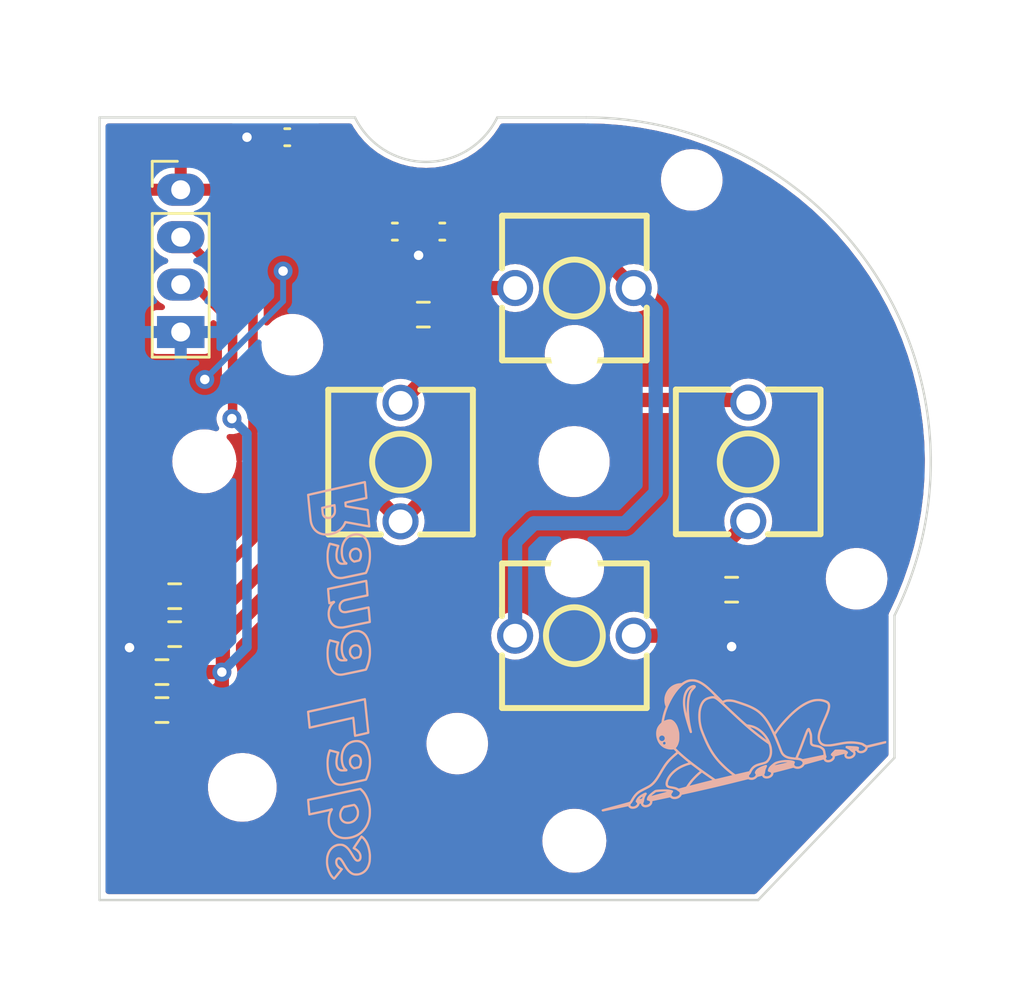
<source format=kicad_pcb>
(kicad_pcb (version 20211014) (generator pcbnew)
  (layers (0 "F.Cu" signal) (31 "B.Cu" signal) (34 "B.Paste" user) (35 "F.Paste" user) (36 "B.SilkS" user "B.Silkscreen") (37 "F.SilkS" user "F.Silkscreen") (38 "B.Mask" user) (39 "F.Mask" user) (44 "Edge.Cuts" user))
  (net 0 "")
  (net 1 "GND")
  (net 2 "/C_y")
  (net 3 "/C_x")
  (net 4 "VCC")
  (net 5 "Net-(R2-Pad1)")
  (net 6 "Net-(R1-Pad1)")
  (footprint "PhobGCC_Footprints:MountingHole_2.2mm" (layer "F.Cu") (at 136.995 126.385 90)
    (fp_text reference "H8" hide)
    (fp_text value "2.2mm")
    (pad "" np_thru_hole circle (at 0 0 90) (size 2.2 2.2) (drill 2.2) (layers F&B.Cu *.Mask))
  )
  (footprint "PhobGCC_2_0_0_footprints:C_0402_1005Metric" (layer "F.Cu") (at 129.4268 100.698048)
    (fp_text reference "C2" hide)
    (fp_text value "100n")
    (pad "1" smd roundrect (at -0.48 0) (size 0.56 0.62) (layers "F.Cu" "F.Paste" "F.Mask") (net 2 "/C_y"))
    (pad "2" smd roundrect (at 0.48 0) (size 0.56 0.62) (layers "F.Cu" "F.Paste" "F.Mask") (net 1 "GND"))
  )
  (footprint "PhobGCC_Footprints:MountingHole_2.4mm" (layer "F.Cu") (at 122.995 124.135 90)
    (fp_text reference "H7" hide)
    (fp_text value "2.4mm")
    (pad "" np_thru_hole circle (at 0 0 90) (size 2.4 2.4) (drill 2.4) (layers F&B.Cu *.Mask))
  )
  (footprint "PhobGCC_2_0_0_footprints:MountingHole_2.0mm" (layer "F.Cu") (at 136.9968 114.878048 90)
    (fp_text reference "H12" hide)
    (fp_text value "MountingHole")
    (pad "" np_thru_hole circle (at 0 0 90) (size 2 2) (drill 2) (layers F&B.Cu *.Mask))
  )
  (footprint "PhobGCC_2_0_0_footprints:C_0402_1005Metric" (layer "F.Cu") (at 131.4268 100.698048 180)
    (fp_text reference "C3" hide)
    (fp_text value "100n")
    (pad "1" smd roundrect (at -0.48 0 180) (size 0.56 0.62) (layers "F.Cu" "F.Paste" "F.Mask") (net 3 "/C_x"))
    (pad "2" smd roundrect (at 0.48 0 180) (size 0.56 0.62) (layers "F.Cu" "F.Paste" "F.Mask") (net 1 "GND"))
  )
  (footprint "Resistor_SMD:R_0603_1608Metric_Pad0.98x0.95mm_HandSolder" (layer "F.Cu") (at 120.142 117.673048 180)
    (fp_text reference "R8" hide)
    (fp_text value "5.6k")
    (pad "1" smd roundrect (at -0.9125 0 180) (size 0.975 0.95) (layers "F.Cu" "F.Paste" "F.Mask") (net 3 "/C_x"))
    (pad "2" smd roundrect (at 0.9125 0 180) (size 0.975 0.95) (layers "F.Cu" "F.Paste" "F.Mask") (net 1 "GND"))
  )
  (footprint "Resistor_SMD:R_0603_1608Metric_Pad0.98x0.95mm_HandSolder" (layer "F.Cu") (at 120.142 116.073048)
    (fp_text reference "R7" hide)
    (fp_text value "5.6k")
    (pad "1" smd roundrect (at -0.9125 0) (size 0.975 0.95) (layers "F.Cu" "F.Paste" "F.Mask") (net 4 "VCC"))
    (pad "2" smd roundrect (at 0.9125 0) (size 0.975 0.95) (layers "F.Cu" "F.Paste" "F.Mask") (net 3 "/C_x"))
  )
  (footprint "easyeda2kicad:SW-TH_L6.2-W6.2-P5.00" (layer "F.Cu") (at 144.3268 110.408048 90)
    (fp_text reference "SW3" hide)
    (fp_text value "C_down")
    (pad "1" thru_hole circle locked (at -2.5 0 90) (size 1.52 1.52) (drill 0.999998) (layers *.Cu *.Paste *.Mask) (net 6 "Net-(R1-Pad1)"))
    (pad "2" thru_hole circle locked (at 2.5 0 90) (size 1.52 1.52) (drill 0.999998) (layers *.Cu *.Paste *.Mask) (net 2 "/C_y"))
  )
  (footprint "easyeda2kicad:SW-TH_L6.2-W6.2-P5.00" (layer "F.Cu") (at 136.9968 103.078048)
    (fp_text reference "SW4" hide)
    (fp_text value "C_right")
    (pad "1" thru_hole circle locked (at -2.5 0) (size 1.52 1.52) (drill 0.999998) (layers *.Cu *.Paste *.Mask) (net 5 "Net-(R2-Pad1)"))
    (pad "2" thru_hole circle locked (at 2.5 0) (size 1.52 1.52) (drill 0.999998) (layers *.Cu *.Paste *.Mask) (net 3 "/C_x"))
  )
  (footprint "easyeda2kicad:SW-TH_L6.2-W6.2-P5.00" (layer "F.Cu") (at 136.9968 117.738048 180)
    (fp_text reference "SW1" hide)
    (fp_text value "C_left")
    (pad "1" thru_hole circle locked (at -2.5 0 180) (size 1.52 1.52) (drill 0.999998) (layers *.Cu *.Paste *.Mask) (net 6 "Net-(R1-Pad1)"))
    (pad "2" thru_hole circle locked (at 2.5 0 180) (size 1.52 1.52) (drill 0.999998) (layers *.Cu *.Paste *.Mask) (net 3 "/C_x"))
  )
  (footprint "Resistor_SMD:R_0603_1608Metric_Pad0.98x0.95mm_HandSolder" (layer "F.Cu") (at 143.6268 115.798048)
    (fp_text reference "R1" hide)
    (fp_text value "1.1k")
    (pad "1" smd roundrect (at -0.9125 0) (size 0.975 0.95) (layers "F.Cu" "F.Paste" "F.Mask") (net 6 "Net-(R1-Pad1)"))
    (pad "2" smd roundrect (at 0.9125 0) (size 0.975 0.95) (layers "F.Cu" "F.Paste" "F.Mask") (net 1 "GND"))
  )
  (footprint "MountingHole:MountingHole_2.1mm" (layer "F.Cu") (at 132.0568 122.288048)
    (fp_text reference "H4" hide)
    (fp_text value "MountingHole")
    (pad "" np_thru_hole circle (at 0 0) (size 2.1 2.1) (drill 2.1) (layers *.Cu *.Mask))
  )
  (footprint "PhobGCC_2_0_0_footprints:C_0402_1005Metric" (layer "F.Cu") (at 124.89 96.718048 180)
    (fp_text reference "C1" hide)
    (fp_text value "100n")
    (pad "1" smd roundrect (at -0.48 0 180) (size 0.56 0.62) (layers "F.Cu" "F.Paste" "F.Mask") (net 4 "VCC"))
    (pad "2" smd roundrect (at 0.48 0 180) (size 0.56 0.62) (layers "F.Cu" "F.Paste" "F.Mask") (net 1 "GND"))
  )
  (footprint "MountingHole:MountingHole_2.5mm" (layer "F.Cu") (at 136.9868 110.398048)
    (fp_text reference "H5" hide)
    (fp_text value "MountingHole")
    (pad "" np_thru_hole circle (at 0 0) (size 2.5 2.5) (drill 2.5) (layers *.Cu *.Mask))
  )
  (footprint "easyeda2kicad:SW-TH_L6.2-W6.2-P5.00" (layer "F.Cu") (at 129.6668 110.418048 -90)
    (fp_text reference "SW2" hide)
    (fp_text value "C_up")
    (pad "1" thru_hole circle locked (at -2.5 0 270) (size 1.52 1.52) (drill 0.999998) (layers *.Cu *.Paste *.Mask) (net 5 "Net-(R2-Pad1)"))
    (pad "2" thru_hole circle locked (at 2.5 0 270) (size 1.52 1.52) (drill 0.999998) (layers *.Cu *.Paste *.Mask) (net 2 "/C_y"))
  )
  (footprint "Resistor_SMD:R_0603_1608Metric_Pad0.98x0.95mm_HandSolder" (layer "F.Cu") (at 119.607 119.273048 180)
    (fp_text reference "R6" hide)
    (fp_text value "5.6k")
    (pad "1" smd roundrect (at -0.9125 0 180) (size 0.975 0.95) (layers "F.Cu" "F.Paste" "F.Mask") (net 2 "/C_y"))
    (pad "2" smd roundrect (at 0.9125 0 180) (size 0.975 0.95) (layers "F.Cu" "F.Paste" "F.Mask") (net 1 "GND"))
  )
  (footprint "Resistor_SMD:R_0603_1608Metric_Pad0.98x0.95mm_HandSolder" (layer "F.Cu") (at 130.6268 104.198048 180)
    (fp_text reference "R2" hide)
    (fp_text value "1.1k")
    (pad "1" smd roundrect (at -0.9125 0 180) (size 0.975 0.95) (layers "F.Cu" "F.Paste" "F.Mask") (net 5 "Net-(R2-Pad1)"))
    (pad "2" smd roundrect (at 0.9125 0 180) (size 0.975 0.95) (layers "F.Cu" "F.Paste" "F.Mask") (net 4 "VCC"))
  )
  (footprint "PhobGCC_Footprints:MountingHole_2.0mm" (layer "F.Cu") (at 136.995 105.885 90)
    (fp_text reference "H12" hide)
    (fp_text value "MountingHole")
    (pad "" np_thru_hole circle (at 0 0 90) (size 2 2) (drill 2) (layers F&B.Cu *.Mask))
  )
  (footprint "MountingHole:MountingHole_2.1mm" (layer "F.Cu") (at 148.8968 115.338048)
    (fp_text reference "H3" hide)
    (fp_text value "MountingHole")
    (pad "" np_thru_hole circle (at 0 0) (size 2.1 2.1) (drill 2.1) (layers *.Cu *.Mask))
  )
  (footprint "MountingHole:MountingHole_2.1mm" (layer "F.Cu") (at 125.1068 105.468048)
    (fp_text reference "H1" hide)
    (fp_text value "MountingHole")
    (pad "" np_thru_hole circle (at 0 0) (size 2.1 2.1) (drill 2.1) (layers *.Cu *.Mask))
  )
  (footprint "MountingHole:MountingHole_2.1mm" (layer "F.Cu") (at 141.9468 98.518048)
    (fp_text reference "H2" hide)
    (fp_text value "MountingHole")
    (pad "" np_thru_hole circle (at 0 0) (size 2.1 2.1) (drill 2.1) (layers *.Cu *.Mask))
  )
  (footprint "Connector_PinHeader_2.00mm:PinHeader_1x04_P2.00mm_Vertical" (layer "F.Cu") (at 120.396 98.933)
    (fp_text reference "J1" hide)
    (fp_text value "Conn_01x04")
    (pad "1" thru_hole oval (at 0 0) (size 2 1.35) (drill 0.8) (layers *.Cu *.Mask) (net 4 "VCC"))
    (pad "2" thru_hole oval (at 0 2) (size 2 1.35) (drill 0.8) (layers *.Cu *.Mask) (net 3 "/C_x"))
    (pad "3" thru_hole oval (at 0 4) (size 2 1.35) (drill 0.8) (layers *.Cu *.Mask) (net 2 "/C_y"))
    (pad "4" thru_hole rect (at 0 6) (size 2 1.35) (drill 0.8) (layers *.Cu *.Mask) (net 1 "GND"))
  )
  (footprint "PhobGCC_Footprints:MountingHole_2.2mm" (layer "F.Cu") (at 121.390618 110.385 90)
    (fp_text reference "H8" hide)
    (fp_text value "2.2mm")
    (pad "" np_thru_hole circle (at 0 0 90) (size 2.2 2.2) (drill 2.2) (layers F&B.Cu *.Mask))
  )
  (footprint "Resistor_SMD:R_0603_1608Metric_Pad0.98x0.95mm_HandSolder" (layer "F.Cu") (at 119.607 120.873048)
    (fp_text reference "R5" hide)
    (fp_text value "5.6k")
    (pad "1" smd roundrect (at -0.9125 0) (size 0.975 0.95) (layers "F.Cu" "F.Paste" "F.Mask") (net 4 "VCC"))
    (pad "2" smd roundrect (at 0.9125 0) (size 0.975 0.95) (layers "F.Cu" "F.Paste" "F.Mask") (net 2 "/C_y"))
  )
  (footprint "logo:logo_no_text_tiny" (layer "B.Cu") (at 144.145 123.19 -90)
    (fp_text reference "G***" hide)
    (fp_text value "LOGO" hide)
  )
  (footprint "logo:text_only_horizontal_4mm_tall" (layer "B.Cu") (at 127 119.38 -90)
    (fp_text reference "G***" hide)
    (fp_text value "LOGO" hide)
  )
  (gr_line (start 116.975 95.885) (end 116.975 128.885) (layer "Edge.Cuts") (width 0.1))
  (gr_arc (start 133.745 95.885) (mid 130.745 97.759592) (end 127.745 95.885) (layer "Edge.Cuts") (width 0.1))
  (gr_line (start 127.745 95.885) (end 116.975 95.885) (layer "Edge.Cuts") (width 0.1))
  (gr_line (start 150.495 116.885) (end 150.495 122.885) (layer "Edge.Cuts") (width 0.1))
  (gr_line (start 150.495 122.885) (end 144.745 128.885) (layer "Edge.Cuts") (width 0.1))
  (gr_line (start 144.745 128.885) (end 116.975 128.885) (layer "Edge.Cuts") (width 0.1))
  (gr_line (start 137.495 95.885) (end 133.745 95.885) (layer "Edge.Cuts") (width 0.1))
  (gr_arc (start 137.495 95.885) (mid 149.851239 102.759703) (end 150.494999 116.885) (layer "Edge.Cuts") (width 0.1))
  (segment (start 130.4268 100.698048) (end 130.4268 101.698048) (width 0.6) (layer "F.Cu") (net 1))
  (segment (start 118.237 118.2405) (end 118.237 118.815548) (width 0.6) (layer "F.Cu") (net 1))
  (segment (start 130.4268 100.698048) (end 130.9468 100.698048) (width 0.6) (layer "F.Cu") (net 1))
  (segment (start 124.41 96.718048) (end 123.19 96.718048) (width 0.4) (layer "F.Cu") (net 1))
  (segment (start 118.804452 117.673048) (end 119.2295 117.673048) (width 0.6) (layer "F.Cu") (net 1))
  (segment (start 118.237 118.2405) (end 118.804452 117.673048) (width 0.6) (layer "F.Cu") (net 1))
  (segment (start 144.5393 115.798048) (end 144.5393 117.285548) (width 0.6) (layer "F.Cu") (net 1))
  (segment (start 129.9068 100.698048) (end 130.4268 100.698048) (width 0.6) (layer "F.Cu") (net 1))
  (segment (start 144.5393 117.285548) (end 143.6268 118.198048) (width 0.6) (layer "F.Cu") (net 1))
  (segment (start 118.237 118.815548) (end 118.6945 119.273048) (width 0.6) (layer "F.Cu") (net 1))
  (via (at 123.19 96.718048) (size 0.8) (drill 0.4) (layers "F.Cu" "B.Cu") (net 1))
  (via (at 130.4268 101.698048) (size 0.8) (drill 0.4) (layers "F.Cu" "B.Cu") (net 1))
  (via (at 143.6268 118.198048) (size 0.8) (drill 0.4) (layers "F.Cu" "B.Cu") (net 1))
  (via (at 118.237 118.2405) (size 0.8) (drill 0.4) (layers "F.Cu" "B.Cu") (net 1))
  (segment (start 122.130452 119.273048) (end 120.5195 119.273048) (width 0.6) (layer "F.Cu") (net 2))
  (segment (start 121.107 120.873048) (end 122.130452 119.849596) (width 0.6) (layer "F.Cu") (net 2))
  (segment (start 122.174 117.856) (end 122.174 119.2295) (width 0.6) (layer "F.Cu") (net 2))
  (segment (start 128.27 111.76) (end 122.174 117.856) (width 0.6) (layer "F.Cu") (net 2))
  (segment (start 120.967 102.933) (end 120.65 102.933) (width 0.4) (layer "F.Cu") (net 2))
  (segment (start 129.6668 112.918048) (end 128.27 111.521248) (width 0.6) (layer "F.Cu") (net 2))
  (segment (start 122.130452 119.849596) (end 122.130452 119.273048) (width 0.6) (layer "F.Cu") (net 2))
  (segment (start 122.585 108.555) (end 122.585 104.551) (width 0.4) (layer "F.Cu") (net 2))
  (segment (start 134.7868 107.798048) (end 129.6668 112.918048) (width 0.6) (layer "F.Cu") (net 2))
  (segment (start 128.9468 100.698048) (end 128.27 101.374848) (width 0.6) (layer "F.Cu") (net 2))
  (segment (start 144.3268 107.908048) (end 144.2168 107.798048) (width 0.6) (layer "F.Cu") (net 2))
  (segment (start 144.2168 107.798048) (end 134.7868 107.798048) (width 0.6) (layer "F.Cu") (net 2))
  (segment (start 121.107 120.873048) (end 120.5195 120.873048) (width 0.25) (layer "F.Cu") (net 2))
  (segment (start 122.585 104.551) (end 120.967 102.933) (width 0.4) (layer "F.Cu") (net 2))
  (segment (start 122.555 108.585) (end 122.585 108.555) (width 0.4) (layer "F.Cu") (net 2))
  (segment (start 128.27 101.374848) (end 128.27 111.76) (width 0.6) (layer "F.Cu") (net 2))
  (segment (start 122.174 119.2295) (end 122.130452 119.273048) (width 0.6) (layer "F.Cu") (net 2))
  (via (at 122.555 108.585) (size 0.8) (drill 0.4) (layers "F.Cu" "B.Cu") (net 2))
  (via (at 122.130452 119.273048) (size 0.8) (drill 0.4) (layers "F.Cu" "B.Cu") (net 2))
  (segment (start 122.555 108.585) (end 123.19 109.22) (width 0.4) (layer "B.Cu") (net 2))
  (segment (start 123.19 118.2135) (end 122.130452 119.273048) (width 0.4) (layer "B.Cu") (net 2))
  (segment (start 123.19 109.22) (end 123.19 118.2135) (width 0.4) (layer "B.Cu") (net 2))
  (segment (start 127.254 101.080899) (end 128.836851 99.498048) (width 0.6) (layer "F.Cu") (net 3))
  (segment (start 121.086952 117.673048) (end 127.254 111.506) (width 0.6) (layer "F.Cu") (net 3))
  (segment (start 123.444 113.683548) (end 123.444 103.886) (width 0.4) (layer "F.Cu") (net 3))
  (segment (start 127.254 111.506) (end 127.254 101.080899) (width 0.6) (layer "F.Cu") (net 3))
  (segment (start 128.836851 99.498048) (end 135.9168 99.498048) (width 0.6) (layer "F.Cu") (net 3))
  (segment (start 123.444 103.886) (end 120.491 100.933) (width 0.4) (layer "F.Cu") (net 3))
  (segment (start 121.0545 116.073048) (end 123.444 113.683548) (width 0.4) (layer "F.Cu") (net 3))
  (segment (start 131.9068 100.698048) (end 131.9068 99.498048) (width 0.6) (layer "F.Cu") (net 3))
  (segment (start 121.0545 117.673048) (end 121.086952 117.673048) (width 0.6) (layer "F.Cu") (net 3))
  (segment (start 121.0545 116.073048) (end 121.0545 117.673048) (width 0.6) (layer "F.Cu") (net 3))
  (segment (start 135.9168 99.498048) (end 139.4968 103.078048) (width 0.6) (layer "F.Cu") (net 3))
  (segment (start 120.491 100.933) (end 120.396 100.933) (width 0.4) (layer "F.Cu") (net 3))
  (segment (start 140.4268 111.698329) (end 140.4268 104.008048) (width 0.6) (layer "B.Cu") (net 3))
  (segment (start 134.4968 113.792539) (end 135.291291 112.998048) (width 0.6) (layer "B.Cu") (net 3))
  (segment (start 135.291291 112.998048) (end 139.127081 112.998048) (width 0.6) (layer "B.Cu") (net 3))
  (segment (start 140.4268 104.008048) (end 139.4968 103.078048) (width 0.6) (layer "B.Cu") (net 3))
  (segment (start 139.127081 112.998048) (end 140.4268 111.698329) (width 0.6) (layer "B.Cu") (net 3))
  (segment (start 134.4968 117.738048) (end 134.4968 113.792539) (width 0.6) (layer "B.Cu") (net 3))
  (via (at 121.412 106.934) (size 0.8) (drill 0.4) (layers "F.Cu" "B.Cu") (net 4))
  (via (at 124.714 102.362) (size 0.8) (drill 0.4) (layers "F.Cu" "B.Cu") (net 4))
  (segment (start 124.714 103.632) (end 124.714 102.362) (width 0.25) (layer "B.Cu") (net 4))
  (segment (start 121.412 106.934) (end 124.714 103.632) (width 0.25) (layer "B.Cu") (net 4))
  (segment (start 131.5393 106.045548) (end 129.6668 107.918048) (width 0.6) (layer "F.Cu") (net 5))
  (segment (start 132.6593 103.078048) (end 131.5393 104.198048) (width 0.6) (layer "F.Cu") (net 5))
  (segment (start 131.5393 104.198048) (end 131.5393 106.045548) (width 0.6) (layer "F.Cu") (net 5))
  (segment (start 134.4968 103.078048) (end 132.6593 103.078048) (width 0.6) (layer "F.Cu") (net 5))
  (segment (start 140.7743 117.738048) (end 142.7143 115.798048) (width 0.6) (layer "F.Cu") (net 6))
  (segment (start 142.7143 115.798048) (end 142.7143 114.520548) (width 0.6) (layer "F.Cu") (net 6))
  (segment (start 142.7143 114.520548) (end 144.3268 112.908048) (width 0.6) (layer "F.Cu") (net 6))
  (segment (start 139.4968 117.738048) (end 140.7743 117.738048) (width 0.6) (layer "F.Cu") (net 6))
  (zone (net 4) (net_name "VCC") (layer "F.Cu") (connect_pads (clearance 0.25)) (min_thickness 0.254) (fill yes (thermal_gap 0.508) (thermal_bridge_width 0.508))
    (polygon (pts (xy 155.956 132.08) (xy 112.776 132.334) (xy 113.284 90.932) (xy 155.194 90.932)))
  )
  (zone (net 1) (net_name "GND") (layer "B.Cu") (connect_pads (clearance 0.25)) (min_thickness 0.254) (fill yes (thermal_gap 0.508) (thermal_bridge_width 0.508))
    (polygon (pts (xy 153.0268 92.298448) (xy 153.6618 130.373048) (xy 115.062 130.302) (xy 114.808 92.908048)))
  )
)
</source>
